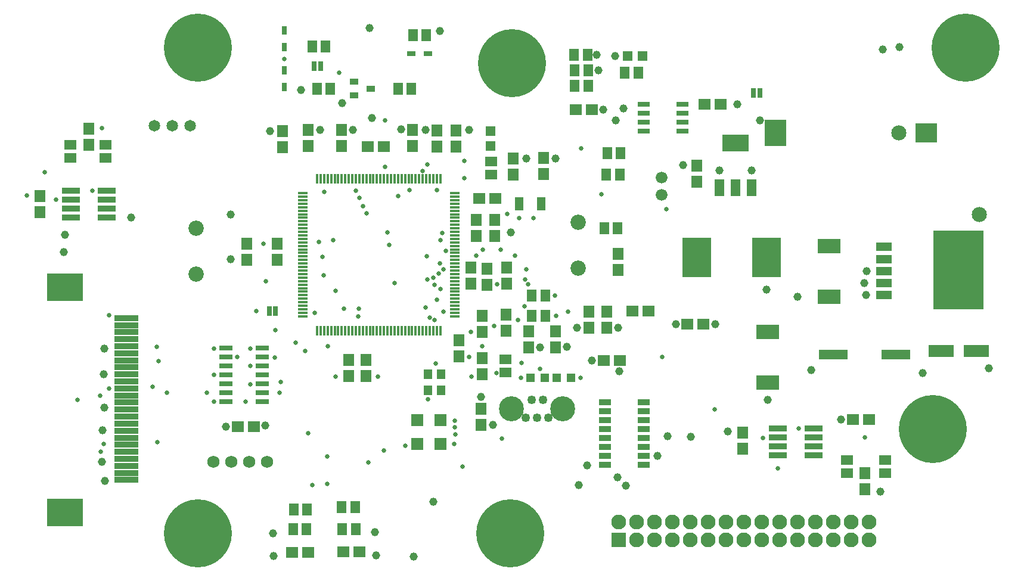
<source format=gbr>
G04 EasyPC Gerber Version 21.0.3 Build 4286 *
%FSLAX35Y35*%
%MOIN*%
%ADD143R,0.01781X0.05324*%
%ADD150R,0.02569X0.04832*%
%ADD160R,0.03100X0.05600*%
%ADD145R,0.04734X0.05718*%
%ADD146R,0.04931X0.07687*%
%ADD129R,0.05300X0.09300*%
%ADD141R,0.05718X0.06506*%
%ADD128R,0.06100X0.06600*%
%ADD161R,0.12411X0.14773*%
%ADD133R,0.15954X0.21860*%
%ADD132R,0.28159X0.43907*%
%ADD147R,0.04537X0.04537*%
%ADD140R,0.05324X0.05324*%
%ADD139R,0.06900X0.06900*%
%ADD126R,0.08277X0.08277*%
%ADD164C,0.02569*%
%ADD163C,0.04600*%
%ADD158C,0.04931*%
%ADD154C,0.06506*%
%ADD138C,0.06600*%
%ADD155C,0.06899*%
%ADD127C,0.08277*%
%ADD165C,0.08474*%
%ADD157C,0.08572*%
%ADD159C,0.13986*%
%ADD123C,0.38002*%
%ADD144R,0.05324X0.01781*%
%ADD149R,0.04832X0.02569*%
%ADD152R,0.07300X0.02700*%
%ADD156R,0.06604X0.03159*%
%ADD151R,0.04537X0.03356*%
%ADD153R,0.06604X0.03356*%
%ADD124R,0.13592X0.03553*%
%ADD148R,0.10100X0.03600*%
%ADD131R,0.09104X0.04813*%
%ADD135R,0.16348X0.05521*%
%ADD142R,0.06506X0.05718*%
%ADD136R,0.06600X0.06100*%
%ADD137R,0.13986X0.06899*%
%ADD134R,0.12608X0.08474*%
%ADD130R,0.14800X0.09300*%
%ADD162R,0.12411X0.10836*%
%ADD125R,0.20285X0.15757*%
X0Y0D02*
D02*
D123*
X101023Y63801D03*
Y335454D03*
X275600Y63801D03*
X276387Y326667D03*
X511820Y121943D03*
X530324Y335454D03*
D02*
D124*
X61033Y93596D03*
Y97533D03*
Y101470D03*
Y105407D03*
Y109344D03*
Y113281D03*
Y117219D03*
Y121156D03*
Y125093D03*
Y129030D03*
Y132967D03*
Y136904D03*
Y140841D03*
Y144778D03*
Y148715D03*
Y152652D03*
Y156589D03*
Y160526D03*
Y164463D03*
Y168400D03*
Y172337D03*
Y176274D03*
Y180211D03*
Y184148D03*
D02*
D125*
X26387Y75486D03*
Y201470D03*
D02*
D126*
X336230Y60132D03*
D02*
D127*
Y70132D03*
X346230Y60132D03*
Y70132D03*
X356230Y60132D03*
Y70132D03*
X366230Y60132D03*
Y70132D03*
X376230Y60132D03*
Y70132D03*
X386230Y60132D03*
Y70132D03*
X396230Y60132D03*
Y70132D03*
X406230Y60132D03*
Y70132D03*
X416230Y60132D03*
Y70132D03*
X426230Y60132D03*
Y70132D03*
X436230Y60132D03*
Y70132D03*
X446230Y60132D03*
Y70132D03*
X456230Y60132D03*
Y70132D03*
X466230Y60132D03*
Y70132D03*
X476230Y60132D03*
Y70132D03*
D02*
D128*
X12608Y243427D03*
Y252427D03*
X39773Y281222D03*
Y290222D03*
X128356Y216656D03*
Y225656D03*
X145285Y216656D03*
Y225656D03*
X148041Y279648D03*
Y288648D03*
X162608Y280435D03*
Y289435D03*
X181112Y280435D03*
Y289435D03*
X185049Y151695D03*
Y160695D03*
X194891Y151695D03*
Y160695D03*
X220876Y280435D03*
Y289435D03*
X234498Y280041D03*
Y289041D03*
X245285Y280041D03*
Y289041D03*
X246860Y162719D03*
Y171719D03*
X253553Y203270D03*
Y212270D03*
X256702Y230041D03*
Y239041D03*
X259065Y124530D03*
Y133530D03*
X259852Y152876D03*
Y161876D03*
Y176498D03*
Y185498D03*
X262608Y202876D03*
Y211876D03*
X266939Y230041D03*
Y239041D03*
X273238Y176892D03*
Y185892D03*
X273631Y203270D03*
Y212270D03*
X277332Y264313D03*
Y273313D03*
X285836Y167837D03*
Y176837D03*
X294104Y264687D03*
Y273687D03*
X300836Y167837D03*
Y176837D03*
X319616Y178860D03*
Y187860D03*
X329537Y178860D03*
Y187860D03*
X335836Y211144D03*
Y220144D03*
X379931Y260356D03*
Y269356D03*
X405521Y111144D03*
Y120144D03*
X474025Y88309D03*
Y97309D03*
D02*
D129*
X392684Y257181D03*
X401684D03*
X410684D03*
D02*
D130*
X401584Y281981D03*
D02*
D131*
X484655Y197140D03*
Y203833D03*
Y210526D03*
Y217219D03*
Y223911D03*
D02*
D132*
X526250Y210978D03*
D02*
D133*
X379734Y218006D03*
X418710D03*
D02*
D134*
X419694Y147927D03*
Y176274D03*
X453946Y195959D03*
Y224305D03*
D02*
D135*
X456309Y163675D03*
X491348D03*
D02*
D136*
X123069Y123518D03*
X132069D03*
X153383Y53045D03*
X162383D03*
X182124Y53439D03*
X191124D03*
X195903Y280211D03*
X204903D03*
X258108Y251077D03*
X267108D03*
X312045Y300683D03*
X321045D03*
X327793Y160526D03*
X336793D03*
X343817Y188085D03*
X352817D03*
X374643Y180604D03*
X383643D03*
X384092Y303833D03*
X393092D03*
X467163Y127455D03*
X476163D03*
D02*
D137*
X516545Y165644D03*
X536230D03*
D02*
D138*
X360246Y253071D03*
Y262888D03*
D02*
D139*
X223631Y113668D03*
Y127068D03*
X236624Y113668D03*
Y127068D03*
D02*
D140*
X264458Y280427D03*
Y288695D03*
X341151Y330604D03*
X349419D03*
D02*
D141*
X154143Y66037D03*
X154537Y77061D03*
X161624Y66037D03*
X162017Y77061D03*
X164773Y336116D03*
X167529Y312494D03*
X172254Y336116D03*
X175009Y312494D03*
X181309Y78242D03*
X181702Y66037D03*
X188789Y78242D03*
X189183Y66037D03*
X212805Y312494D03*
X220285D03*
X221072Y342415D03*
X228553D03*
X287608Y185329D03*
Y196746D03*
X295088Y185329D03*
Y196746D03*
X311230Y331392D03*
X311624Y314069D03*
Y322730D03*
X318710Y331392D03*
X319104Y314069D03*
Y322730D03*
X328159Y234541D03*
X329340Y264463D03*
X329734Y276274D03*
X335639Y234541D03*
X336820Y264463D03*
X337214Y276274D03*
X339576Y321549D03*
X347057D03*
D02*
D142*
X29537Y273715D03*
Y281195D03*
X49222Y273715D03*
Y281195D03*
X264970Y264266D03*
Y271746D03*
X272923Y153636D03*
Y161116D03*
X463789Y97337D03*
Y104817D03*
X485049Y97337D03*
Y104817D03*
D02*
D143*
X167529Y177061D03*
Y262100D03*
X169498Y177061D03*
Y262100D03*
X171466Y177061D03*
Y262100D03*
X173435Y177061D03*
Y262100D03*
X175403Y177061D03*
Y262100D03*
X177372Y177061D03*
Y262100D03*
X179340Y177061D03*
Y262100D03*
X181309Y177061D03*
Y262100D03*
X183277Y177061D03*
Y262100D03*
X185246Y177061D03*
Y262100D03*
X187214Y177061D03*
Y262100D03*
X189183Y177061D03*
Y262100D03*
X191151Y177061D03*
Y262100D03*
X193120Y177061D03*
Y262100D03*
X195088Y177061D03*
Y262100D03*
X197057Y177061D03*
Y262100D03*
X199025Y177061D03*
Y262100D03*
X200994Y177061D03*
Y262100D03*
X202962Y177061D03*
Y262100D03*
X204931Y177061D03*
Y262100D03*
X206899Y177061D03*
Y262100D03*
X208868Y177061D03*
Y262100D03*
X210836Y177061D03*
Y262100D03*
X212805Y177061D03*
Y262100D03*
X214773Y177061D03*
Y262100D03*
X216742Y177061D03*
Y262100D03*
X218710Y177061D03*
Y262100D03*
X220679Y177061D03*
Y262100D03*
X222647Y177061D03*
Y262100D03*
X224616Y177061D03*
Y262100D03*
X226584Y177061D03*
Y262100D03*
X228553Y177061D03*
Y262100D03*
X230521Y177061D03*
Y262100D03*
X232490Y177061D03*
Y262100D03*
X234458Y177061D03*
Y262100D03*
X236427Y177061D03*
Y262100D03*
D02*
D144*
X159458Y185132D03*
Y187100D03*
Y189069D03*
Y191037D03*
Y193006D03*
Y194974D03*
Y196943D03*
Y198911D03*
Y200880D03*
Y202848D03*
Y204817D03*
Y206785D03*
Y208754D03*
Y210722D03*
Y212691D03*
Y214659D03*
Y216628D03*
Y218596D03*
Y220565D03*
Y222533D03*
Y224502D03*
Y226470D03*
Y228439D03*
Y230407D03*
Y232376D03*
Y234344D03*
Y236313D03*
Y238281D03*
Y240250D03*
Y242219D03*
Y244187D03*
Y246156D03*
Y248124D03*
Y250093D03*
Y252061D03*
Y254030D03*
X244498Y185132D03*
Y187100D03*
Y189069D03*
Y191037D03*
Y193006D03*
Y194974D03*
Y196943D03*
Y198911D03*
Y200880D03*
Y202848D03*
Y204817D03*
Y206785D03*
Y208754D03*
Y210722D03*
Y212691D03*
Y214659D03*
Y216628D03*
Y218596D03*
Y220565D03*
Y222533D03*
Y224502D03*
Y226470D03*
Y228439D03*
Y230407D03*
Y232376D03*
Y234344D03*
Y236313D03*
Y238281D03*
Y240250D03*
Y242219D03*
Y244187D03*
Y246156D03*
Y248124D03*
Y250093D03*
Y252061D03*
Y254030D03*
D02*
D145*
X229439Y143793D03*
Y152848D03*
X236722Y143793D03*
Y152848D03*
D02*
D146*
X280521Y247927D03*
X292726D03*
D02*
D147*
X287017Y150683D03*
X294891D03*
X301584D03*
X309458D03*
D02*
D148*
X29773Y240427D03*
Y245427D03*
Y250427D03*
Y255427D03*
X49773Y240427D03*
Y245427D03*
Y250427D03*
Y255427D03*
X425049Y107356D03*
Y112356D03*
Y117356D03*
Y122356D03*
X445049Y107356D03*
Y112356D03*
Y117356D03*
Y122356D03*
D02*
D149*
X220238Y332179D03*
X229387D03*
D02*
D150*
X149222Y313431D03*
Y322581D03*
X149281Y335872D03*
Y345022D03*
D02*
D151*
X188198Y308754D03*
Y316234D03*
X197647Y312494D03*
D02*
D152*
X116581Y137258D03*
Y142258D03*
Y147258D03*
Y152258D03*
Y157258D03*
Y162258D03*
Y167258D03*
X136981Y137258D03*
Y142258D03*
Y147258D03*
Y152258D03*
Y157258D03*
Y162258D03*
Y167258D03*
D02*
D153*
X328702Y102081D03*
Y107081D03*
Y112081D03*
Y117081D03*
Y122081D03*
Y127081D03*
Y132081D03*
Y137081D03*
X350057Y102081D03*
Y107081D03*
Y112081D03*
Y117081D03*
Y122081D03*
Y127081D03*
Y132081D03*
Y137081D03*
D02*
D154*
X76531Y291784D03*
X86531Y291852D03*
X96531Y291784D03*
D02*
D155*
X109393Y103676D03*
X119393Y103608D03*
X129393Y103676D03*
X139380D03*
D02*
D156*
X350356Y288852D03*
Y293852D03*
Y298852D03*
Y303852D03*
X371710Y288852D03*
Y293852D03*
Y298852D03*
Y303852D03*
D02*
D157*
X99714Y208829D03*
Y234419D03*
X313691Y212222D03*
Y237813D03*
D02*
D158*
X284261Y128242D03*
X287411Y138478D03*
X290561Y128242D03*
X293710Y138478D03*
X296860Y128242D03*
D02*
D159*
X276191Y133360D03*
X304931D03*
D02*
D160*
X140757Y188085D03*
X144301D03*
X165954Y325093D03*
X169498D03*
X411624Y310132D03*
X415167D03*
D02*
D161*
X424025Y287691D03*
D02*
D162*
X508277D03*
D02*
D163*
X25994Y221156D03*
X26387Y230604D03*
X47254Y103833D03*
X47647Y121549D03*
X48041Y152652D03*
X48435Y134148D03*
Y167219D03*
X48828Y93203D03*
X63395Y240427D03*
X116545Y123518D03*
X119301Y217219D03*
Y242022D03*
X138592Y123911D03*
X141348Y288872D03*
X142923Y63675D03*
X143317Y51077D03*
X158671Y311707D03*
X169301Y289266D03*
X181702Y304423D03*
X187411Y289266D03*
X196860Y346352D03*
X198041Y295959D03*
X200009Y64463D03*
X200403Y51470D03*
X214576Y289659D03*
X221663Y50683D03*
X228356Y289266D03*
X232687Y81392D03*
X236230Y344778D03*
X252372Y289266D03*
X259065Y140053D03*
X265757Y124305D03*
X275994Y232179D03*
X284655Y273518D03*
X292135Y167612D03*
X300797Y273518D03*
X307096Y168006D03*
X313002Y178636D03*
X313789Y90841D03*
X318513Y101864D03*
X321269Y160526D03*
X324025Y331392D03*
X324813Y322730D03*
X327569Y300683D03*
X334261Y330604D03*
X334655Y294778D03*
X335443Y95171D03*
X335836Y178636D03*
X336624Y154226D03*
X338986Y301470D03*
X340167Y90447D03*
X357883Y106982D03*
X363395Y118006D03*
X368120Y180604D03*
X372057Y269581D03*
X376387Y117612D03*
X390167Y180604D03*
X392529Y266825D03*
X397254Y120762D03*
X402372Y303833D03*
X410639Y266825D03*
X415167Y294778D03*
X418907Y199896D03*
X419694Y138478D03*
X436230Y195959D03*
X443710Y155014D03*
X460639Y127455D03*
X473631Y203833D03*
X474419Y197140D03*
X474813Y210526D03*
X482687Y86904D03*
X483868Y334541D03*
X493317Y335722D03*
X506309Y153439D03*
X543317Y156195D03*
D02*
D164*
X5128Y252652D03*
X15364Y265644D03*
X21663Y250289D03*
X33474Y138478D03*
X41742Y255407D03*
X46072Y140663D03*
X46466Y109344D03*
X47254Y290447D03*
X48041Y113675D03*
X51191Y144778D03*
Y185722D03*
X75600Y145565D03*
X77962Y168222D03*
X78356Y114856D03*
X78750Y160132D03*
X83474Y142258D03*
X105915D03*
X109852Y137297D03*
Y152258D03*
Y167219D03*
X122844Y162258D03*
X127569Y137258D03*
X130324Y147140D03*
Y157376D03*
Y167219D03*
X133474Y188085D03*
X137411Y225656D03*
X138986Y204620D03*
X143710Y162100D03*
X144301Y177455D03*
X146466Y142258D03*
X147254Y148321D03*
X149222Y329030D03*
X155521Y170368D03*
X161033Y165644D03*
X162383Y119581D03*
X164970Y90841D03*
X166151Y186904D03*
X168513Y226667D03*
X170482Y218400D03*
X171269Y208163D03*
X171466Y254620D03*
X173238Y91234D03*
Y106589D03*
X173631Y168400D03*
X176387Y227848D03*
X177962Y151470D03*
Y199502D03*
X179931Y321549D03*
X182687Y189266D03*
X189183Y255407D03*
X190561Y184935D03*
X190954Y189266D03*
X191151Y251470D03*
X193120Y246746D03*
X195088Y242809D03*
X196072Y103439D03*
X201584Y151470D03*
X204734Y110132D03*
X205521Y268793D03*
Y294778D03*
X206899Y232179D03*
X207883Y225093D03*
X211033Y203833D03*
X213002Y252258D03*
X216939Y112888D03*
X219301Y255801D03*
X226584Y266431D03*
X228356Y190053D03*
X228750Y218793D03*
X229143Y205801D03*
Y269974D03*
X229537Y138872D03*
X230521Y184541D03*
X232687Y206589D03*
X233080Y182967D03*
Y202848D03*
X233868Y158557D03*
X234655Y194384D03*
Y255801D03*
X235443Y208951D03*
X236230Y214659D03*
X236624Y200289D03*
Y227848D03*
X237411Y231785D03*
X238198Y187691D03*
Y211313D03*
X239380Y221746D03*
X244104Y113675D03*
X244498Y123124D03*
Y126667D03*
X244891Y119187D03*
X248828Y101077D03*
X250009Y262494D03*
Y271943D03*
X252372Y162494D03*
X253553Y176274D03*
X253946Y151470D03*
X256702Y219187D03*
X259852Y168400D03*
X260246Y222337D03*
X266545Y179817D03*
X267726Y153439D03*
X268120Y203045D03*
X270088Y222337D03*
X270876Y116825D03*
X274025Y242415D03*
X278356Y219187D03*
X279931Y182967D03*
X280521Y240053D03*
X281506Y150683D03*
X281899Y158951D03*
X283474Y190841D03*
X283868Y205801D03*
X284655Y211313D03*
X285443Y203045D03*
X288592Y240053D03*
X292135Y155801D03*
X300403Y196746D03*
X301191Y185329D03*
X307883Y187860D03*
X314970Y150683D03*
X315364Y279030D03*
X326387Y253439D03*
X360639Y162494D03*
X363002Y245171D03*
X389773Y132967D03*
X416939Y117219D03*
X425049Y99896D03*
X437017Y122337D03*
X474025Y117356D03*
D02*
D165*
X492923Y287691D03*
X537805Y242022D03*
X0Y0D02*
M02*

</source>
